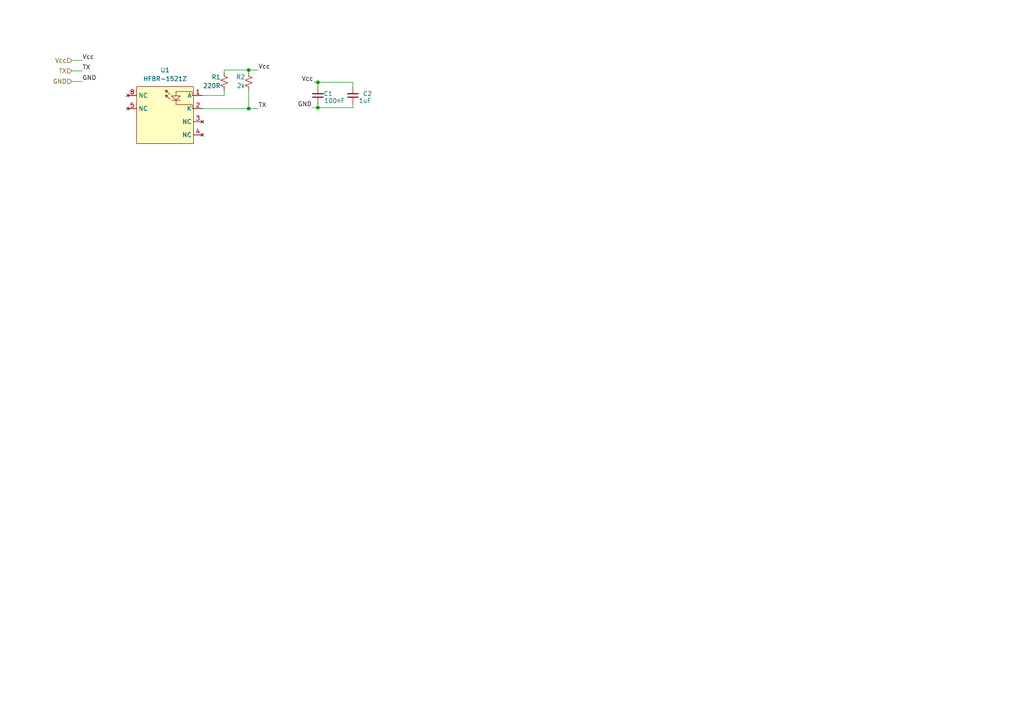
<source format=kicad_sch>
(kicad_sch (version 20211123) (generator eeschema)
  (paper "A4")
  (lib_symbols
    (symbol "CL_Fiber_Optic:HFBR-1521Z"
      (property "Reference" "U" (at -10.16 -10.16 0))
      (property "Value" "HFBR-1521Z" (at -5.08 8.89 0))
      (symbol "HFBR-1521Z_0_0"
        (rectangle (start -11.43 7.62) (end 5.08 -8.89) (fill (type background)))
      )
      (symbol "HFBR-1521Z_0_1"
        (polyline (pts (xy -3.048 5.207) (xy -1.778 3.937)))
        (polyline (pts (xy -3.048 6.604) (xy -1.778 5.334)))
        (polyline (pts (xy -1.27 3.683) (xy 1.27 3.683)))
        (polyline (pts (xy 0 3.683) (xy 0 2.413) (xy 2.54 2.413)))
        (polyline (pts (xy 0.127 6.223) (xy 0 6.223) (xy 0 4.953)))
        (polyline (pts (xy -3.048 5.207) (xy -2.921 4.572) (xy -2.413 5.08) (xy -3.048 5.207)))
        (polyline (pts (xy -3.048 6.604) (xy -2.921 5.969) (xy -2.413 6.477) (xy -3.048 6.604)))
        (polyline (pts (xy -1.27 4.953) (xy 1.27 4.953) (xy 0 3.683) (xy -1.27 4.953)))
        (polyline (pts (xy 0.127 6.223) (xy 2.54 6.223) (xy 4.699 6.223) (xy 4.699 5.08) (xy 5.08 5.08)))
        (polyline (pts (xy 2.54 2.413) (xy 2.54 2.413) (xy 4.699 2.413) (xy 4.699 1.27) (xy 5.08 1.27)))
      )
      (symbol "HFBR-1521Z_1_1"
        (pin passive line (at 7.62 5.08 180) (length 2.54) (name "A") (number "1"))
        (pin passive line (at 7.62 1.27 180) (length 2.54) (name "K") (number "2"))
        (pin no_connect line (at 7.62 -2.54 180) (length 2.54) (name "NC") (number "3"))
        (pin no_connect line (at 7.62 -6.35 180) (length 2.54) (name "NC") (number "4"))
        (pin no_connect line (at -13.97 1.27 0) (length 2.54) (name "NC") (number "5"))
        (pin no_connect line (at -13.97 5.08 0) (length 2.54) (name "NC") (number "8"))
      )
    )
    (symbol "Device:C_Small" (pin_numbers hide) (pin_names (offset 0.254) hide)
      (property "Reference" "C" (at 0.254 1.778 0))
      (property "Value" "C_Small" (at 0.254 -2.032 0))
      (symbol "C_Small_0_1"
        (polyline (pts (xy -1.524 -0.508) (xy 1.524 -0.508)) (stroke (width 0.3302)))
        (polyline (pts (xy -1.524 0.508) (xy 1.524 0.508)) (stroke (width 0.3048)))
      )
      (symbol "C_Small_1_1"
        (pin passive line (at 0 2.54 270) (length 2.032) (name "~") (number "1"))
        (pin passive line (at 0 -2.54 90) (length 2.032) (name "~") (number "2"))
      )
    )
    (symbol "Device:R_Small_US" (pin_numbers hide) (pin_names (offset 0.254) hide)
      (property "Reference" "R" (at 0.762 0.508 0))
      (property "Value" "R_Small_US" (at 0.762 -1.016 0))
      (symbol "R_Small_US_1_1"
        (polyline (pts (xy 0 0) (xy 1.016 -0.381) (xy 0 -0.762) (xy -1.016 -1.143) (xy 0 -1.524)))
        (polyline (pts (xy 0 1.524) (xy 1.016 1.143) (xy 0 0.762) (xy -1.016 0.381) (xy 0 0)))
        (pin passive line (at 0 2.54 270) (length 1.016) (name "~") (number "1"))
        (pin passive line (at 0 -2.54 90) (length 1.016) (name "~") (number "2"))
      )
    )
  )
  (junction (at 72.136 31.496))
  (junction (at 92.202 23.876))
  (junction (at 72.136 20.32))
  (junction (at 92.202 31.242))
  (wire (pts (xy 58.674 27.686) (xy 65.024 27.686)))
  (wire (pts (xy 102.362 30.226) (xy 102.362 31.242)))
  (wire (pts (xy 102.362 25.146) (xy 102.362 23.876)))
  (wire (pts (xy 20.828 23.622) (xy 23.876 23.622)))
  (wire (pts (xy 65.024 21.082) (xy 65.024 20.32)))
  (wire (pts (xy 74.93 31.496) (xy 72.136 31.496)))
  (wire (pts (xy 90.932 23.876) (xy 92.202 23.876)))
  (wire (pts (xy 90.424 31.242) (xy 92.202 31.242)))
  (wire (pts (xy 102.362 31.242) (xy 92.202 31.242)))
  (wire (pts (xy 20.828 17.526) (xy 23.876 17.526)))
  (wire (pts (xy 72.136 26.162) (xy 72.136 31.496)))
  (wire (pts (xy 92.202 23.876) (xy 92.202 25.146)))
  (wire (pts (xy 92.202 31.242) (xy 92.202 30.226)))
  (wire (pts (xy 20.828 20.574) (xy 23.876 20.574)))
  (wire (pts (xy 72.136 20.32) (xy 72.136 21.082)))
  (wire (pts (xy 72.136 20.32) (xy 74.93 20.32)))
  (wire (pts (xy 58.674 31.496) (xy 72.136 31.496)))
  (wire (pts (xy 102.362 23.876) (xy 92.202 23.876)))
  (wire (pts (xy 65.024 20.32) (xy 72.136 20.32)))
  (wire (pts (xy 65.024 27.686) (xy 65.024 26.162)))
  (label "Vcc" (at 23.876 17.526 0))
  (label "Vcc" (at 90.932 23.876 180))
  (label "TX" (at 23.876 20.574 0))
  (label "GND" (at 90.424 31.242 180))
  (label "GND" (at 23.876 23.622 0))
  (label "TX" (at 74.93 31.496 0))
  (label "Vcc" (at 74.93 20.32 0))
  (hierarchical_label "TX" (shape input) (at 20.828 20.574 180))
  (hierarchical_label "GND" (shape input) (at 20.828 23.622 180))
  (hierarchical_label "Vcc" (shape input) (at 20.828 17.526 180))
  (symbol (lib_id "Device:R_Small_US") (at 65.024 23.622 180) (unit 1)
    (property "Reference" "R1" (at 64.008 22.352 0) (effects (justify left)))
    (property "Value" "220R" (at 64.008 24.892 0) (effects (justify left)))
    (property "Footprint" "Resistor_SMD:R_0805_2012Metric_Pad1.20x1.40mm_HandSolder" (effects hide))
  )
  (symbol (lib_id "Device:C_Small") (at 102.362 27.686 0) (mirror x) (unit 1)
    (property "Reference" "C2" (at 107.95 27.178 0) (effects (justify right)))
    (property "Value" "1uF" (at 107.696 29.21 0) (effects (justify right)))
    (property "Footprint" "Capacitor_SMD:C_0805_2012Metric_Pad1.18x1.45mm_HandSolder" (effects hide))
  )
  (symbol (lib_id "Device:C_Small") (at 92.202 27.686 0) (mirror x) (unit 1)
    (property "Reference" "C1" (at 96.52 27.178 0) (effects (justify right)))
    (property "Value" "100nF" (at 100.076 29.21 0) (effects (justify right)))
    (property "Footprint" "Capacitor_SMD:C_0805_2012Metric_Pad1.18x1.45mm_HandSolder" (effects hide))
  )
  (symbol (lib_id "CL_Fiber_Optic:HFBR-1521Z") (at 51.054 32.766 0) (unit 1)
    (property "Reference" "U1" (at 47.879 20.32 0))
    (property "Value" "HFBR-1521Z" (at 47.879 22.86 0))
    (property "Footprint" "CL_Fiber_Optic:HFBR-1521Z" (effects hide))
    (property "Datasheet" "https://docs.broadcom.com/doc/AV02-1501EN" (effects hide))
  )
  (symbol (lib_id "Device:R_Small_US") (at 72.136 23.622 180) (unit 1)
    (property "Reference" "R2" (at 71.12 22.352 0) (effects (justify left)))
    (property "Value" "2k" (at 71.12 24.892 0) (effects (justify left)))
    (property "Footprint" "Resistor_SMD:R_0805_2012Metric_Pad1.20x1.40mm_HandSolder" (effects hide))
  )
)
</source>
